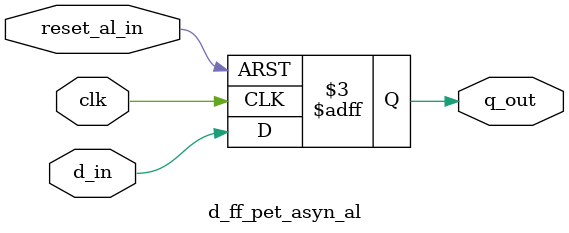
<source format=v>
/* Recall that in verilog when an input is in sensitivity list and not used in if 
or else condition, the verilog consider that it will holds its previous value, thus 
consider a latch for it. 
here we have first if that is for asynchronous reset. asfterwards we have else that here
means if reset is not negative, and  clock is positive d_in will be equal to q_out. the 
code is shown in the end of code.  
*/

module d_ff_pet_asyn_al(d_in, clk, reset_al_in, q_out);

input d_in;
input clk;
input reset_al_in;
output reg q_out;

always@(posedge clk, negedge reset_al_in)
begin

if (~reset_al_in) q_out <= 1'b0;
else q_out <= d_in;

end
endmodule

/*
if (~reset_al_in) q_out <= 1'b0;
else begin
      if (clk) q_out <= d_in;
	end

the first if is consider as mux with two input. the second if is also will consider 
as mux that have latch after it due to the abscense of else condition. this is aysnchronous
due to the higher priority of the reset. 
These are just explanation to realize what is occuring in lower level, otherwise the 
compiler easily transform the code to latch design since the latch and flip flop in 
modern design is different from what we study in books as two consequtive latch.	
*/
</source>
